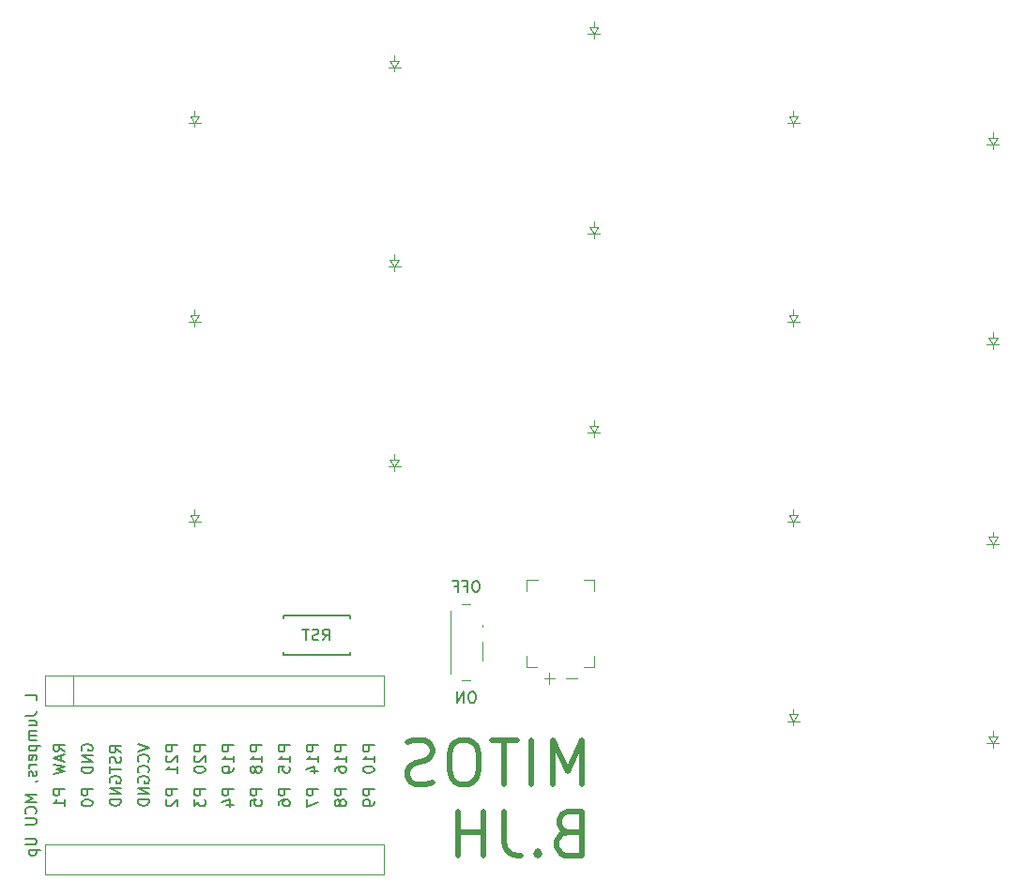
<source format=gbr>
%TF.GenerationSoftware,KiCad,Pcbnew,8.0.4*%
%TF.CreationDate,2024-08-16T23:13:22+08:00*%
%TF.ProjectId,board,626f6172-642e-46b6-9963-61645f706362,v1.0.0*%
%TF.SameCoordinates,Original*%
%TF.FileFunction,Legend,Bot*%
%TF.FilePolarity,Positive*%
%FSLAX46Y46*%
G04 Gerber Fmt 4.6, Leading zero omitted, Abs format (unit mm)*
G04 Created by KiCad (PCBNEW 8.0.4) date 2024-08-16 23:13:22*
%MOMM*%
%LPD*%
G01*
G04 APERTURE LIST*
%ADD10C,0.500000*%
%ADD11C,0.150000*%
%ADD12C,0.120000*%
%ADD13C,0.100000*%
G04 APERTURE END LIST*
D10*
X216968672Y-177794700D02*
X216968672Y-173794700D01*
X216968672Y-173794700D02*
X215635338Y-176651843D01*
X215635338Y-176651843D02*
X214302005Y-173794700D01*
X214302005Y-173794700D02*
X214302005Y-177794700D01*
X212397243Y-177794700D02*
X212397243Y-173794700D01*
X211063909Y-173794700D02*
X208778195Y-173794700D01*
X209921052Y-177794700D02*
X209921052Y-173794700D01*
X206682957Y-173794700D02*
X205921052Y-173794700D01*
X205921052Y-173794700D02*
X205540100Y-173985176D01*
X205540100Y-173985176D02*
X205159147Y-174366128D01*
X205159147Y-174366128D02*
X204968671Y-175128033D01*
X204968671Y-175128033D02*
X204968671Y-176461366D01*
X204968671Y-176461366D02*
X205159147Y-177223271D01*
X205159147Y-177223271D02*
X205540100Y-177604224D01*
X205540100Y-177604224D02*
X205921052Y-177794700D01*
X205921052Y-177794700D02*
X206682957Y-177794700D01*
X206682957Y-177794700D02*
X207063909Y-177604224D01*
X207063909Y-177604224D02*
X207444862Y-177223271D01*
X207444862Y-177223271D02*
X207635338Y-176461366D01*
X207635338Y-176461366D02*
X207635338Y-175128033D01*
X207635338Y-175128033D02*
X207444862Y-174366128D01*
X207444862Y-174366128D02*
X207063909Y-173985176D01*
X207063909Y-173985176D02*
X206682957Y-173794700D01*
X203444862Y-177604224D02*
X202873433Y-177794700D01*
X202873433Y-177794700D02*
X201921052Y-177794700D01*
X201921052Y-177794700D02*
X201540100Y-177604224D01*
X201540100Y-177604224D02*
X201349624Y-177413747D01*
X201349624Y-177413747D02*
X201159147Y-177032795D01*
X201159147Y-177032795D02*
X201159147Y-176651843D01*
X201159147Y-176651843D02*
X201349624Y-176270890D01*
X201349624Y-176270890D02*
X201540100Y-176080414D01*
X201540100Y-176080414D02*
X201921052Y-175889938D01*
X201921052Y-175889938D02*
X202682957Y-175699462D01*
X202682957Y-175699462D02*
X203063909Y-175508985D01*
X203063909Y-175508985D02*
X203254386Y-175318509D01*
X203254386Y-175318509D02*
X203444862Y-174937557D01*
X203444862Y-174937557D02*
X203444862Y-174556604D01*
X203444862Y-174556604D02*
X203254386Y-174175652D01*
X203254386Y-174175652D02*
X203063909Y-173985176D01*
X203063909Y-173985176D02*
X202682957Y-173794700D01*
X202682957Y-173794700D02*
X201730576Y-173794700D01*
X201730576Y-173794700D02*
X201159147Y-173985176D01*
X215635338Y-182139238D02*
X215063910Y-182329714D01*
X215063910Y-182329714D02*
X214873433Y-182520190D01*
X214873433Y-182520190D02*
X214682957Y-182901142D01*
X214682957Y-182901142D02*
X214682957Y-183472571D01*
X214682957Y-183472571D02*
X214873433Y-183853523D01*
X214873433Y-183853523D02*
X215063910Y-184044000D01*
X215063910Y-184044000D02*
X215444862Y-184234476D01*
X215444862Y-184234476D02*
X216968672Y-184234476D01*
X216968672Y-184234476D02*
X216968672Y-180234476D01*
X216968672Y-180234476D02*
X215635338Y-180234476D01*
X215635338Y-180234476D02*
X215254386Y-180424952D01*
X215254386Y-180424952D02*
X215063910Y-180615428D01*
X215063910Y-180615428D02*
X214873433Y-180996380D01*
X214873433Y-180996380D02*
X214873433Y-181377333D01*
X214873433Y-181377333D02*
X215063910Y-181758285D01*
X215063910Y-181758285D02*
X215254386Y-181948761D01*
X215254386Y-181948761D02*
X215635338Y-182139238D01*
X215635338Y-182139238D02*
X216968672Y-182139238D01*
X212968672Y-183853523D02*
X212778195Y-184044000D01*
X212778195Y-184044000D02*
X212968672Y-184234476D01*
X212968672Y-184234476D02*
X213159148Y-184044000D01*
X213159148Y-184044000D02*
X212968672Y-183853523D01*
X212968672Y-183853523D02*
X212968672Y-184234476D01*
X209921052Y-180234476D02*
X209921052Y-183091619D01*
X209921052Y-183091619D02*
X210111529Y-183663047D01*
X210111529Y-183663047D02*
X210492481Y-184044000D01*
X210492481Y-184044000D02*
X211063910Y-184234476D01*
X211063910Y-184234476D02*
X211444862Y-184234476D01*
X208016291Y-184234476D02*
X208016291Y-180234476D01*
X208016291Y-182139238D02*
X205730576Y-182139238D01*
X205730576Y-184234476D02*
X205730576Y-180234476D01*
D11*
X207119047Y-169454819D02*
X206928571Y-169454819D01*
X206928571Y-169454819D02*
X206833333Y-169502438D01*
X206833333Y-169502438D02*
X206738095Y-169597676D01*
X206738095Y-169597676D02*
X206690476Y-169788152D01*
X206690476Y-169788152D02*
X206690476Y-170121485D01*
X206690476Y-170121485D02*
X206738095Y-170311961D01*
X206738095Y-170311961D02*
X206833333Y-170407200D01*
X206833333Y-170407200D02*
X206928571Y-170454819D01*
X206928571Y-170454819D02*
X207119047Y-170454819D01*
X207119047Y-170454819D02*
X207214285Y-170407200D01*
X207214285Y-170407200D02*
X207309523Y-170311961D01*
X207309523Y-170311961D02*
X207357142Y-170121485D01*
X207357142Y-170121485D02*
X207357142Y-169788152D01*
X207357142Y-169788152D02*
X207309523Y-169597676D01*
X207309523Y-169597676D02*
X207214285Y-169502438D01*
X207214285Y-169502438D02*
X207119047Y-169454819D01*
X206261904Y-170454819D02*
X206261904Y-169454819D01*
X206261904Y-169454819D02*
X205690476Y-170454819D01*
X205690476Y-170454819D02*
X205690476Y-169454819D01*
X207452380Y-159454819D02*
X207261904Y-159454819D01*
X207261904Y-159454819D02*
X207166666Y-159502438D01*
X207166666Y-159502438D02*
X207071428Y-159597676D01*
X207071428Y-159597676D02*
X207023809Y-159788152D01*
X207023809Y-159788152D02*
X207023809Y-160121485D01*
X207023809Y-160121485D02*
X207071428Y-160311961D01*
X207071428Y-160311961D02*
X207166666Y-160407200D01*
X207166666Y-160407200D02*
X207261904Y-160454819D01*
X207261904Y-160454819D02*
X207452380Y-160454819D01*
X207452380Y-160454819D02*
X207547618Y-160407200D01*
X207547618Y-160407200D02*
X207642856Y-160311961D01*
X207642856Y-160311961D02*
X207690475Y-160121485D01*
X207690475Y-160121485D02*
X207690475Y-159788152D01*
X207690475Y-159788152D02*
X207642856Y-159597676D01*
X207642856Y-159597676D02*
X207547618Y-159502438D01*
X207547618Y-159502438D02*
X207452380Y-159454819D01*
X206261904Y-159931009D02*
X206595237Y-159931009D01*
X206595237Y-160454819D02*
X206595237Y-159454819D01*
X206595237Y-159454819D02*
X206119047Y-159454819D01*
X205404761Y-159931009D02*
X205738094Y-159931009D01*
X205738094Y-160454819D02*
X205738094Y-159454819D01*
X205738094Y-159454819D02*
X205261904Y-159454819D01*
X193547619Y-164804819D02*
X193880952Y-164328628D01*
X194119047Y-164804819D02*
X194119047Y-163804819D01*
X194119047Y-163804819D02*
X193738095Y-163804819D01*
X193738095Y-163804819D02*
X193642857Y-163852438D01*
X193642857Y-163852438D02*
X193595238Y-163900057D01*
X193595238Y-163900057D02*
X193547619Y-163995295D01*
X193547619Y-163995295D02*
X193547619Y-164138152D01*
X193547619Y-164138152D02*
X193595238Y-164233390D01*
X193595238Y-164233390D02*
X193642857Y-164281009D01*
X193642857Y-164281009D02*
X193738095Y-164328628D01*
X193738095Y-164328628D02*
X194119047Y-164328628D01*
X193166666Y-164757200D02*
X193023809Y-164804819D01*
X193023809Y-164804819D02*
X192785714Y-164804819D01*
X192785714Y-164804819D02*
X192690476Y-164757200D01*
X192690476Y-164757200D02*
X192642857Y-164709580D01*
X192642857Y-164709580D02*
X192595238Y-164614342D01*
X192595238Y-164614342D02*
X192595238Y-164519104D01*
X192595238Y-164519104D02*
X192642857Y-164423866D01*
X192642857Y-164423866D02*
X192690476Y-164376247D01*
X192690476Y-164376247D02*
X192785714Y-164328628D01*
X192785714Y-164328628D02*
X192976190Y-164281009D01*
X192976190Y-164281009D02*
X193071428Y-164233390D01*
X193071428Y-164233390D02*
X193119047Y-164185771D01*
X193119047Y-164185771D02*
X193166666Y-164090533D01*
X193166666Y-164090533D02*
X193166666Y-163995295D01*
X193166666Y-163995295D02*
X193119047Y-163900057D01*
X193119047Y-163900057D02*
X193071428Y-163852438D01*
X193071428Y-163852438D02*
X192976190Y-163804819D01*
X192976190Y-163804819D02*
X192738095Y-163804819D01*
X192738095Y-163804819D02*
X192595238Y-163852438D01*
X192309523Y-163804819D02*
X191738095Y-163804819D01*
X192023809Y-164804819D02*
X192023809Y-163804819D01*
X180414819Y-174285714D02*
X179414819Y-174285714D01*
X179414819Y-174285714D02*
X179414819Y-174666666D01*
X179414819Y-174666666D02*
X179462438Y-174761904D01*
X179462438Y-174761904D02*
X179510057Y-174809523D01*
X179510057Y-174809523D02*
X179605295Y-174857142D01*
X179605295Y-174857142D02*
X179748152Y-174857142D01*
X179748152Y-174857142D02*
X179843390Y-174809523D01*
X179843390Y-174809523D02*
X179891009Y-174761904D01*
X179891009Y-174761904D02*
X179938628Y-174666666D01*
X179938628Y-174666666D02*
X179938628Y-174285714D01*
X179510057Y-175238095D02*
X179462438Y-175285714D01*
X179462438Y-175285714D02*
X179414819Y-175380952D01*
X179414819Y-175380952D02*
X179414819Y-175619047D01*
X179414819Y-175619047D02*
X179462438Y-175714285D01*
X179462438Y-175714285D02*
X179510057Y-175761904D01*
X179510057Y-175761904D02*
X179605295Y-175809523D01*
X179605295Y-175809523D02*
X179700533Y-175809523D01*
X179700533Y-175809523D02*
X179843390Y-175761904D01*
X179843390Y-175761904D02*
X180414819Y-175190476D01*
X180414819Y-175190476D02*
X180414819Y-175809523D01*
X180414819Y-176761904D02*
X180414819Y-176190476D01*
X180414819Y-176476190D02*
X179414819Y-176476190D01*
X179414819Y-176476190D02*
X179557676Y-176380952D01*
X179557676Y-176380952D02*
X179652914Y-176285714D01*
X179652914Y-176285714D02*
X179700533Y-176190476D01*
X185494819Y-174285714D02*
X184494819Y-174285714D01*
X184494819Y-174285714D02*
X184494819Y-174666666D01*
X184494819Y-174666666D02*
X184542438Y-174761904D01*
X184542438Y-174761904D02*
X184590057Y-174809523D01*
X184590057Y-174809523D02*
X184685295Y-174857142D01*
X184685295Y-174857142D02*
X184828152Y-174857142D01*
X184828152Y-174857142D02*
X184923390Y-174809523D01*
X184923390Y-174809523D02*
X184971009Y-174761904D01*
X184971009Y-174761904D02*
X185018628Y-174666666D01*
X185018628Y-174666666D02*
X185018628Y-174285714D01*
X185494819Y-175809523D02*
X185494819Y-175238095D01*
X185494819Y-175523809D02*
X184494819Y-175523809D01*
X184494819Y-175523809D02*
X184637676Y-175428571D01*
X184637676Y-175428571D02*
X184732914Y-175333333D01*
X184732914Y-175333333D02*
X184780533Y-175238095D01*
X185494819Y-176285714D02*
X185494819Y-176476190D01*
X185494819Y-176476190D02*
X185447200Y-176571428D01*
X185447200Y-176571428D02*
X185399580Y-176619047D01*
X185399580Y-176619047D02*
X185256723Y-176714285D01*
X185256723Y-176714285D02*
X185066247Y-176761904D01*
X185066247Y-176761904D02*
X184685295Y-176761904D01*
X184685295Y-176761904D02*
X184590057Y-176714285D01*
X184590057Y-176714285D02*
X184542438Y-176666666D01*
X184542438Y-176666666D02*
X184494819Y-176571428D01*
X184494819Y-176571428D02*
X184494819Y-176380952D01*
X184494819Y-176380952D02*
X184542438Y-176285714D01*
X184542438Y-176285714D02*
X184590057Y-176238095D01*
X184590057Y-176238095D02*
X184685295Y-176190476D01*
X184685295Y-176190476D02*
X184923390Y-176190476D01*
X184923390Y-176190476D02*
X185018628Y-176238095D01*
X185018628Y-176238095D02*
X185066247Y-176285714D01*
X185066247Y-176285714D02*
X185113866Y-176380952D01*
X185113866Y-176380952D02*
X185113866Y-176571428D01*
X185113866Y-176571428D02*
X185066247Y-176666666D01*
X185066247Y-176666666D02*
X185018628Y-176714285D01*
X185018628Y-176714285D02*
X184923390Y-176761904D01*
X195654819Y-178251905D02*
X194654819Y-178251905D01*
X194654819Y-178251905D02*
X194654819Y-178632857D01*
X194654819Y-178632857D02*
X194702438Y-178728095D01*
X194702438Y-178728095D02*
X194750057Y-178775714D01*
X194750057Y-178775714D02*
X194845295Y-178823333D01*
X194845295Y-178823333D02*
X194988152Y-178823333D01*
X194988152Y-178823333D02*
X195083390Y-178775714D01*
X195083390Y-178775714D02*
X195131009Y-178728095D01*
X195131009Y-178728095D02*
X195178628Y-178632857D01*
X195178628Y-178632857D02*
X195178628Y-178251905D01*
X195083390Y-179394762D02*
X195035771Y-179299524D01*
X195035771Y-179299524D02*
X194988152Y-179251905D01*
X194988152Y-179251905D02*
X194892914Y-179204286D01*
X194892914Y-179204286D02*
X194845295Y-179204286D01*
X194845295Y-179204286D02*
X194750057Y-179251905D01*
X194750057Y-179251905D02*
X194702438Y-179299524D01*
X194702438Y-179299524D02*
X194654819Y-179394762D01*
X194654819Y-179394762D02*
X194654819Y-179585238D01*
X194654819Y-179585238D02*
X194702438Y-179680476D01*
X194702438Y-179680476D02*
X194750057Y-179728095D01*
X194750057Y-179728095D02*
X194845295Y-179775714D01*
X194845295Y-179775714D02*
X194892914Y-179775714D01*
X194892914Y-179775714D02*
X194988152Y-179728095D01*
X194988152Y-179728095D02*
X195035771Y-179680476D01*
X195035771Y-179680476D02*
X195083390Y-179585238D01*
X195083390Y-179585238D02*
X195083390Y-179394762D01*
X195083390Y-179394762D02*
X195131009Y-179299524D01*
X195131009Y-179299524D02*
X195178628Y-179251905D01*
X195178628Y-179251905D02*
X195273866Y-179204286D01*
X195273866Y-179204286D02*
X195464342Y-179204286D01*
X195464342Y-179204286D02*
X195559580Y-179251905D01*
X195559580Y-179251905D02*
X195607200Y-179299524D01*
X195607200Y-179299524D02*
X195654819Y-179394762D01*
X195654819Y-179394762D02*
X195654819Y-179585238D01*
X195654819Y-179585238D02*
X195607200Y-179680476D01*
X195607200Y-179680476D02*
X195559580Y-179728095D01*
X195559580Y-179728095D02*
X195464342Y-179775714D01*
X195464342Y-179775714D02*
X195273866Y-179775714D01*
X195273866Y-179775714D02*
X195178628Y-179728095D01*
X195178628Y-179728095D02*
X195131009Y-179680476D01*
X195131009Y-179680476D02*
X195083390Y-179585238D01*
X182954819Y-178251905D02*
X181954819Y-178251905D01*
X181954819Y-178251905D02*
X181954819Y-178632857D01*
X181954819Y-178632857D02*
X182002438Y-178728095D01*
X182002438Y-178728095D02*
X182050057Y-178775714D01*
X182050057Y-178775714D02*
X182145295Y-178823333D01*
X182145295Y-178823333D02*
X182288152Y-178823333D01*
X182288152Y-178823333D02*
X182383390Y-178775714D01*
X182383390Y-178775714D02*
X182431009Y-178728095D01*
X182431009Y-178728095D02*
X182478628Y-178632857D01*
X182478628Y-178632857D02*
X182478628Y-178251905D01*
X181954819Y-179156667D02*
X181954819Y-179775714D01*
X181954819Y-179775714D02*
X182335771Y-179442381D01*
X182335771Y-179442381D02*
X182335771Y-179585238D01*
X182335771Y-179585238D02*
X182383390Y-179680476D01*
X182383390Y-179680476D02*
X182431009Y-179728095D01*
X182431009Y-179728095D02*
X182526247Y-179775714D01*
X182526247Y-179775714D02*
X182764342Y-179775714D01*
X182764342Y-179775714D02*
X182859580Y-179728095D01*
X182859580Y-179728095D02*
X182907200Y-179680476D01*
X182907200Y-179680476D02*
X182954819Y-179585238D01*
X182954819Y-179585238D02*
X182954819Y-179299524D01*
X182954819Y-179299524D02*
X182907200Y-179204286D01*
X182907200Y-179204286D02*
X182859580Y-179156667D01*
X188034819Y-174285714D02*
X187034819Y-174285714D01*
X187034819Y-174285714D02*
X187034819Y-174666666D01*
X187034819Y-174666666D02*
X187082438Y-174761904D01*
X187082438Y-174761904D02*
X187130057Y-174809523D01*
X187130057Y-174809523D02*
X187225295Y-174857142D01*
X187225295Y-174857142D02*
X187368152Y-174857142D01*
X187368152Y-174857142D02*
X187463390Y-174809523D01*
X187463390Y-174809523D02*
X187511009Y-174761904D01*
X187511009Y-174761904D02*
X187558628Y-174666666D01*
X187558628Y-174666666D02*
X187558628Y-174285714D01*
X188034819Y-175809523D02*
X188034819Y-175238095D01*
X188034819Y-175523809D02*
X187034819Y-175523809D01*
X187034819Y-175523809D02*
X187177676Y-175428571D01*
X187177676Y-175428571D02*
X187272914Y-175333333D01*
X187272914Y-175333333D02*
X187320533Y-175238095D01*
X187463390Y-176380952D02*
X187415771Y-176285714D01*
X187415771Y-176285714D02*
X187368152Y-176238095D01*
X187368152Y-176238095D02*
X187272914Y-176190476D01*
X187272914Y-176190476D02*
X187225295Y-176190476D01*
X187225295Y-176190476D02*
X187130057Y-176238095D01*
X187130057Y-176238095D02*
X187082438Y-176285714D01*
X187082438Y-176285714D02*
X187034819Y-176380952D01*
X187034819Y-176380952D02*
X187034819Y-176571428D01*
X187034819Y-176571428D02*
X187082438Y-176666666D01*
X187082438Y-176666666D02*
X187130057Y-176714285D01*
X187130057Y-176714285D02*
X187225295Y-176761904D01*
X187225295Y-176761904D02*
X187272914Y-176761904D01*
X187272914Y-176761904D02*
X187368152Y-176714285D01*
X187368152Y-176714285D02*
X187415771Y-176666666D01*
X187415771Y-176666666D02*
X187463390Y-176571428D01*
X187463390Y-176571428D02*
X187463390Y-176380952D01*
X187463390Y-176380952D02*
X187511009Y-176285714D01*
X187511009Y-176285714D02*
X187558628Y-176238095D01*
X187558628Y-176238095D02*
X187653866Y-176190476D01*
X187653866Y-176190476D02*
X187844342Y-176190476D01*
X187844342Y-176190476D02*
X187939580Y-176238095D01*
X187939580Y-176238095D02*
X187987200Y-176285714D01*
X187987200Y-176285714D02*
X188034819Y-176380952D01*
X188034819Y-176380952D02*
X188034819Y-176571428D01*
X188034819Y-176571428D02*
X187987200Y-176666666D01*
X187987200Y-176666666D02*
X187939580Y-176714285D01*
X187939580Y-176714285D02*
X187844342Y-176761904D01*
X187844342Y-176761904D02*
X187653866Y-176761904D01*
X187653866Y-176761904D02*
X187558628Y-176714285D01*
X187558628Y-176714285D02*
X187511009Y-176666666D01*
X187511009Y-176666666D02*
X187463390Y-176571428D01*
X195654819Y-174285714D02*
X194654819Y-174285714D01*
X194654819Y-174285714D02*
X194654819Y-174666666D01*
X194654819Y-174666666D02*
X194702438Y-174761904D01*
X194702438Y-174761904D02*
X194750057Y-174809523D01*
X194750057Y-174809523D02*
X194845295Y-174857142D01*
X194845295Y-174857142D02*
X194988152Y-174857142D01*
X194988152Y-174857142D02*
X195083390Y-174809523D01*
X195083390Y-174809523D02*
X195131009Y-174761904D01*
X195131009Y-174761904D02*
X195178628Y-174666666D01*
X195178628Y-174666666D02*
X195178628Y-174285714D01*
X195654819Y-175809523D02*
X195654819Y-175238095D01*
X195654819Y-175523809D02*
X194654819Y-175523809D01*
X194654819Y-175523809D02*
X194797676Y-175428571D01*
X194797676Y-175428571D02*
X194892914Y-175333333D01*
X194892914Y-175333333D02*
X194940533Y-175238095D01*
X194654819Y-176666666D02*
X194654819Y-176476190D01*
X194654819Y-176476190D02*
X194702438Y-176380952D01*
X194702438Y-176380952D02*
X194750057Y-176333333D01*
X194750057Y-176333333D02*
X194892914Y-176238095D01*
X194892914Y-176238095D02*
X195083390Y-176190476D01*
X195083390Y-176190476D02*
X195464342Y-176190476D01*
X195464342Y-176190476D02*
X195559580Y-176238095D01*
X195559580Y-176238095D02*
X195607200Y-176285714D01*
X195607200Y-176285714D02*
X195654819Y-176380952D01*
X195654819Y-176380952D02*
X195654819Y-176571428D01*
X195654819Y-176571428D02*
X195607200Y-176666666D01*
X195607200Y-176666666D02*
X195559580Y-176714285D01*
X195559580Y-176714285D02*
X195464342Y-176761904D01*
X195464342Y-176761904D02*
X195226247Y-176761904D01*
X195226247Y-176761904D02*
X195131009Y-176714285D01*
X195131009Y-176714285D02*
X195083390Y-176666666D01*
X195083390Y-176666666D02*
X195035771Y-176571428D01*
X195035771Y-176571428D02*
X195035771Y-176380952D01*
X195035771Y-176380952D02*
X195083390Y-176285714D01*
X195083390Y-176285714D02*
X195131009Y-176238095D01*
X195131009Y-176238095D02*
X195226247Y-176190476D01*
X180414819Y-178251905D02*
X179414819Y-178251905D01*
X179414819Y-178251905D02*
X179414819Y-178632857D01*
X179414819Y-178632857D02*
X179462438Y-178728095D01*
X179462438Y-178728095D02*
X179510057Y-178775714D01*
X179510057Y-178775714D02*
X179605295Y-178823333D01*
X179605295Y-178823333D02*
X179748152Y-178823333D01*
X179748152Y-178823333D02*
X179843390Y-178775714D01*
X179843390Y-178775714D02*
X179891009Y-178728095D01*
X179891009Y-178728095D02*
X179938628Y-178632857D01*
X179938628Y-178632857D02*
X179938628Y-178251905D01*
X179510057Y-179204286D02*
X179462438Y-179251905D01*
X179462438Y-179251905D02*
X179414819Y-179347143D01*
X179414819Y-179347143D02*
X179414819Y-179585238D01*
X179414819Y-179585238D02*
X179462438Y-179680476D01*
X179462438Y-179680476D02*
X179510057Y-179728095D01*
X179510057Y-179728095D02*
X179605295Y-179775714D01*
X179605295Y-179775714D02*
X179700533Y-179775714D01*
X179700533Y-179775714D02*
X179843390Y-179728095D01*
X179843390Y-179728095D02*
X180414819Y-179156667D01*
X180414819Y-179156667D02*
X180414819Y-179775714D01*
X172794819Y-178251905D02*
X171794819Y-178251905D01*
X171794819Y-178251905D02*
X171794819Y-178632857D01*
X171794819Y-178632857D02*
X171842438Y-178728095D01*
X171842438Y-178728095D02*
X171890057Y-178775714D01*
X171890057Y-178775714D02*
X171985295Y-178823333D01*
X171985295Y-178823333D02*
X172128152Y-178823333D01*
X172128152Y-178823333D02*
X172223390Y-178775714D01*
X172223390Y-178775714D02*
X172271009Y-178728095D01*
X172271009Y-178728095D02*
X172318628Y-178632857D01*
X172318628Y-178632857D02*
X172318628Y-178251905D01*
X171794819Y-179442381D02*
X171794819Y-179537619D01*
X171794819Y-179537619D02*
X171842438Y-179632857D01*
X171842438Y-179632857D02*
X171890057Y-179680476D01*
X171890057Y-179680476D02*
X171985295Y-179728095D01*
X171985295Y-179728095D02*
X172175771Y-179775714D01*
X172175771Y-179775714D02*
X172413866Y-179775714D01*
X172413866Y-179775714D02*
X172604342Y-179728095D01*
X172604342Y-179728095D02*
X172699580Y-179680476D01*
X172699580Y-179680476D02*
X172747200Y-179632857D01*
X172747200Y-179632857D02*
X172794819Y-179537619D01*
X172794819Y-179537619D02*
X172794819Y-179442381D01*
X172794819Y-179442381D02*
X172747200Y-179347143D01*
X172747200Y-179347143D02*
X172699580Y-179299524D01*
X172699580Y-179299524D02*
X172604342Y-179251905D01*
X172604342Y-179251905D02*
X172413866Y-179204286D01*
X172413866Y-179204286D02*
X172175771Y-179204286D01*
X172175771Y-179204286D02*
X171985295Y-179251905D01*
X171985295Y-179251905D02*
X171890057Y-179299524D01*
X171890057Y-179299524D02*
X171842438Y-179347143D01*
X171842438Y-179347143D02*
X171794819Y-179442381D01*
X198194819Y-178251905D02*
X197194819Y-178251905D01*
X197194819Y-178251905D02*
X197194819Y-178632857D01*
X197194819Y-178632857D02*
X197242438Y-178728095D01*
X197242438Y-178728095D02*
X197290057Y-178775714D01*
X197290057Y-178775714D02*
X197385295Y-178823333D01*
X197385295Y-178823333D02*
X197528152Y-178823333D01*
X197528152Y-178823333D02*
X197623390Y-178775714D01*
X197623390Y-178775714D02*
X197671009Y-178728095D01*
X197671009Y-178728095D02*
X197718628Y-178632857D01*
X197718628Y-178632857D02*
X197718628Y-178251905D01*
X198194819Y-179299524D02*
X198194819Y-179490000D01*
X198194819Y-179490000D02*
X198147200Y-179585238D01*
X198147200Y-179585238D02*
X198099580Y-179632857D01*
X198099580Y-179632857D02*
X197956723Y-179728095D01*
X197956723Y-179728095D02*
X197766247Y-179775714D01*
X197766247Y-179775714D02*
X197385295Y-179775714D01*
X197385295Y-179775714D02*
X197290057Y-179728095D01*
X197290057Y-179728095D02*
X197242438Y-179680476D01*
X197242438Y-179680476D02*
X197194819Y-179585238D01*
X197194819Y-179585238D02*
X197194819Y-179394762D01*
X197194819Y-179394762D02*
X197242438Y-179299524D01*
X197242438Y-179299524D02*
X197290057Y-179251905D01*
X197290057Y-179251905D02*
X197385295Y-179204286D01*
X197385295Y-179204286D02*
X197623390Y-179204286D01*
X197623390Y-179204286D02*
X197718628Y-179251905D01*
X197718628Y-179251905D02*
X197766247Y-179299524D01*
X197766247Y-179299524D02*
X197813866Y-179394762D01*
X197813866Y-179394762D02*
X197813866Y-179585238D01*
X197813866Y-179585238D02*
X197766247Y-179680476D01*
X197766247Y-179680476D02*
X197718628Y-179728095D01*
X197718628Y-179728095D02*
X197623390Y-179775714D01*
X167709819Y-170211904D02*
X167709819Y-169735714D01*
X167709819Y-169735714D02*
X166709819Y-169735714D01*
X166709819Y-171592857D02*
X167424104Y-171592857D01*
X167424104Y-171592857D02*
X167566961Y-171545238D01*
X167566961Y-171545238D02*
X167662200Y-171450000D01*
X167662200Y-171450000D02*
X167709819Y-171307143D01*
X167709819Y-171307143D02*
X167709819Y-171211905D01*
X167043152Y-172497619D02*
X167709819Y-172497619D01*
X167043152Y-172069048D02*
X167566961Y-172069048D01*
X167566961Y-172069048D02*
X167662200Y-172116667D01*
X167662200Y-172116667D02*
X167709819Y-172211905D01*
X167709819Y-172211905D02*
X167709819Y-172354762D01*
X167709819Y-172354762D02*
X167662200Y-172450000D01*
X167662200Y-172450000D02*
X167614580Y-172497619D01*
X167709819Y-172973810D02*
X167043152Y-172973810D01*
X167138390Y-172973810D02*
X167090771Y-173021429D01*
X167090771Y-173021429D02*
X167043152Y-173116667D01*
X167043152Y-173116667D02*
X167043152Y-173259524D01*
X167043152Y-173259524D02*
X167090771Y-173354762D01*
X167090771Y-173354762D02*
X167186009Y-173402381D01*
X167186009Y-173402381D02*
X167709819Y-173402381D01*
X167186009Y-173402381D02*
X167090771Y-173450000D01*
X167090771Y-173450000D02*
X167043152Y-173545238D01*
X167043152Y-173545238D02*
X167043152Y-173688095D01*
X167043152Y-173688095D02*
X167090771Y-173783334D01*
X167090771Y-173783334D02*
X167186009Y-173830953D01*
X167186009Y-173830953D02*
X167709819Y-173830953D01*
X167043152Y-174307143D02*
X168043152Y-174307143D01*
X167090771Y-174307143D02*
X167043152Y-174402381D01*
X167043152Y-174402381D02*
X167043152Y-174592857D01*
X167043152Y-174592857D02*
X167090771Y-174688095D01*
X167090771Y-174688095D02*
X167138390Y-174735714D01*
X167138390Y-174735714D02*
X167233628Y-174783333D01*
X167233628Y-174783333D02*
X167519342Y-174783333D01*
X167519342Y-174783333D02*
X167614580Y-174735714D01*
X167614580Y-174735714D02*
X167662200Y-174688095D01*
X167662200Y-174688095D02*
X167709819Y-174592857D01*
X167709819Y-174592857D02*
X167709819Y-174402381D01*
X167709819Y-174402381D02*
X167662200Y-174307143D01*
X167662200Y-175592857D02*
X167709819Y-175497619D01*
X167709819Y-175497619D02*
X167709819Y-175307143D01*
X167709819Y-175307143D02*
X167662200Y-175211905D01*
X167662200Y-175211905D02*
X167566961Y-175164286D01*
X167566961Y-175164286D02*
X167186009Y-175164286D01*
X167186009Y-175164286D02*
X167090771Y-175211905D01*
X167090771Y-175211905D02*
X167043152Y-175307143D01*
X167043152Y-175307143D02*
X167043152Y-175497619D01*
X167043152Y-175497619D02*
X167090771Y-175592857D01*
X167090771Y-175592857D02*
X167186009Y-175640476D01*
X167186009Y-175640476D02*
X167281247Y-175640476D01*
X167281247Y-175640476D02*
X167376485Y-175164286D01*
X167709819Y-176069048D02*
X167043152Y-176069048D01*
X167233628Y-176069048D02*
X167138390Y-176116667D01*
X167138390Y-176116667D02*
X167090771Y-176164286D01*
X167090771Y-176164286D02*
X167043152Y-176259524D01*
X167043152Y-176259524D02*
X167043152Y-176354762D01*
X167662200Y-176640477D02*
X167709819Y-176735715D01*
X167709819Y-176735715D02*
X167709819Y-176926191D01*
X167709819Y-176926191D02*
X167662200Y-177021429D01*
X167662200Y-177021429D02*
X167566961Y-177069048D01*
X167566961Y-177069048D02*
X167519342Y-177069048D01*
X167519342Y-177069048D02*
X167424104Y-177021429D01*
X167424104Y-177021429D02*
X167376485Y-176926191D01*
X167376485Y-176926191D02*
X167376485Y-176783334D01*
X167376485Y-176783334D02*
X167328866Y-176688096D01*
X167328866Y-176688096D02*
X167233628Y-176640477D01*
X167233628Y-176640477D02*
X167186009Y-176640477D01*
X167186009Y-176640477D02*
X167090771Y-176688096D01*
X167090771Y-176688096D02*
X167043152Y-176783334D01*
X167043152Y-176783334D02*
X167043152Y-176926191D01*
X167043152Y-176926191D02*
X167090771Y-177021429D01*
X167662200Y-177545239D02*
X167709819Y-177545239D01*
X167709819Y-177545239D02*
X167805057Y-177497620D01*
X167805057Y-177497620D02*
X167852676Y-177450001D01*
X167709819Y-178735715D02*
X166709819Y-178735715D01*
X166709819Y-178735715D02*
X167424104Y-179069048D01*
X167424104Y-179069048D02*
X166709819Y-179402381D01*
X166709819Y-179402381D02*
X167709819Y-179402381D01*
X167614580Y-180450000D02*
X167662200Y-180402381D01*
X167662200Y-180402381D02*
X167709819Y-180259524D01*
X167709819Y-180259524D02*
X167709819Y-180164286D01*
X167709819Y-180164286D02*
X167662200Y-180021429D01*
X167662200Y-180021429D02*
X167566961Y-179926191D01*
X167566961Y-179926191D02*
X167471723Y-179878572D01*
X167471723Y-179878572D02*
X167281247Y-179830953D01*
X167281247Y-179830953D02*
X167138390Y-179830953D01*
X167138390Y-179830953D02*
X166947914Y-179878572D01*
X166947914Y-179878572D02*
X166852676Y-179926191D01*
X166852676Y-179926191D02*
X166757438Y-180021429D01*
X166757438Y-180021429D02*
X166709819Y-180164286D01*
X166709819Y-180164286D02*
X166709819Y-180259524D01*
X166709819Y-180259524D02*
X166757438Y-180402381D01*
X166757438Y-180402381D02*
X166805057Y-180450000D01*
X166709819Y-180878572D02*
X167519342Y-180878572D01*
X167519342Y-180878572D02*
X167614580Y-180926191D01*
X167614580Y-180926191D02*
X167662200Y-180973810D01*
X167662200Y-180973810D02*
X167709819Y-181069048D01*
X167709819Y-181069048D02*
X167709819Y-181259524D01*
X167709819Y-181259524D02*
X167662200Y-181354762D01*
X167662200Y-181354762D02*
X167614580Y-181402381D01*
X167614580Y-181402381D02*
X167519342Y-181450000D01*
X167519342Y-181450000D02*
X166709819Y-181450000D01*
X166709819Y-182688096D02*
X167519342Y-182688096D01*
X167519342Y-182688096D02*
X167614580Y-182735715D01*
X167614580Y-182735715D02*
X167662200Y-182783334D01*
X167662200Y-182783334D02*
X167709819Y-182878572D01*
X167709819Y-182878572D02*
X167709819Y-183069048D01*
X167709819Y-183069048D02*
X167662200Y-183164286D01*
X167662200Y-183164286D02*
X167614580Y-183211905D01*
X167614580Y-183211905D02*
X167519342Y-183259524D01*
X167519342Y-183259524D02*
X166709819Y-183259524D01*
X167043152Y-183735715D02*
X168043152Y-183735715D01*
X167090771Y-183735715D02*
X167043152Y-183830953D01*
X167043152Y-183830953D02*
X167043152Y-184021429D01*
X167043152Y-184021429D02*
X167090771Y-184116667D01*
X167090771Y-184116667D02*
X167138390Y-184164286D01*
X167138390Y-184164286D02*
X167233628Y-184211905D01*
X167233628Y-184211905D02*
X167519342Y-184211905D01*
X167519342Y-184211905D02*
X167614580Y-184164286D01*
X167614580Y-184164286D02*
X167662200Y-184116667D01*
X167662200Y-184116667D02*
X167709819Y-184021429D01*
X167709819Y-184021429D02*
X167709819Y-183830953D01*
X167709819Y-183830953D02*
X167662200Y-183735715D01*
X174382438Y-177638095D02*
X174334819Y-177542857D01*
X174334819Y-177542857D02*
X174334819Y-177400000D01*
X174334819Y-177400000D02*
X174382438Y-177257143D01*
X174382438Y-177257143D02*
X174477676Y-177161905D01*
X174477676Y-177161905D02*
X174572914Y-177114286D01*
X174572914Y-177114286D02*
X174763390Y-177066667D01*
X174763390Y-177066667D02*
X174906247Y-177066667D01*
X174906247Y-177066667D02*
X175096723Y-177114286D01*
X175096723Y-177114286D02*
X175191961Y-177161905D01*
X175191961Y-177161905D02*
X175287200Y-177257143D01*
X175287200Y-177257143D02*
X175334819Y-177400000D01*
X175334819Y-177400000D02*
X175334819Y-177495238D01*
X175334819Y-177495238D02*
X175287200Y-177638095D01*
X175287200Y-177638095D02*
X175239580Y-177685714D01*
X175239580Y-177685714D02*
X174906247Y-177685714D01*
X174906247Y-177685714D02*
X174906247Y-177495238D01*
X175334819Y-178114286D02*
X174334819Y-178114286D01*
X174334819Y-178114286D02*
X175334819Y-178685714D01*
X175334819Y-178685714D02*
X174334819Y-178685714D01*
X175334819Y-179161905D02*
X174334819Y-179161905D01*
X174334819Y-179161905D02*
X174334819Y-179400000D01*
X174334819Y-179400000D02*
X174382438Y-179542857D01*
X174382438Y-179542857D02*
X174477676Y-179638095D01*
X174477676Y-179638095D02*
X174572914Y-179685714D01*
X174572914Y-179685714D02*
X174763390Y-179733333D01*
X174763390Y-179733333D02*
X174906247Y-179733333D01*
X174906247Y-179733333D02*
X175096723Y-179685714D01*
X175096723Y-179685714D02*
X175191961Y-179638095D01*
X175191961Y-179638095D02*
X175287200Y-179542857D01*
X175287200Y-179542857D02*
X175334819Y-179400000D01*
X175334819Y-179400000D02*
X175334819Y-179161905D01*
X188034819Y-178251905D02*
X187034819Y-178251905D01*
X187034819Y-178251905D02*
X187034819Y-178632857D01*
X187034819Y-178632857D02*
X187082438Y-178728095D01*
X187082438Y-178728095D02*
X187130057Y-178775714D01*
X187130057Y-178775714D02*
X187225295Y-178823333D01*
X187225295Y-178823333D02*
X187368152Y-178823333D01*
X187368152Y-178823333D02*
X187463390Y-178775714D01*
X187463390Y-178775714D02*
X187511009Y-178728095D01*
X187511009Y-178728095D02*
X187558628Y-178632857D01*
X187558628Y-178632857D02*
X187558628Y-178251905D01*
X187034819Y-179728095D02*
X187034819Y-179251905D01*
X187034819Y-179251905D02*
X187511009Y-179204286D01*
X187511009Y-179204286D02*
X187463390Y-179251905D01*
X187463390Y-179251905D02*
X187415771Y-179347143D01*
X187415771Y-179347143D02*
X187415771Y-179585238D01*
X187415771Y-179585238D02*
X187463390Y-179680476D01*
X187463390Y-179680476D02*
X187511009Y-179728095D01*
X187511009Y-179728095D02*
X187606247Y-179775714D01*
X187606247Y-179775714D02*
X187844342Y-179775714D01*
X187844342Y-179775714D02*
X187939580Y-179728095D01*
X187939580Y-179728095D02*
X187987200Y-179680476D01*
X187987200Y-179680476D02*
X188034819Y-179585238D01*
X188034819Y-179585238D02*
X188034819Y-179347143D01*
X188034819Y-179347143D02*
X187987200Y-179251905D01*
X187987200Y-179251905D02*
X187939580Y-179204286D01*
X190574819Y-174285714D02*
X189574819Y-174285714D01*
X189574819Y-174285714D02*
X189574819Y-174666666D01*
X189574819Y-174666666D02*
X189622438Y-174761904D01*
X189622438Y-174761904D02*
X189670057Y-174809523D01*
X189670057Y-174809523D02*
X189765295Y-174857142D01*
X189765295Y-174857142D02*
X189908152Y-174857142D01*
X189908152Y-174857142D02*
X190003390Y-174809523D01*
X190003390Y-174809523D02*
X190051009Y-174761904D01*
X190051009Y-174761904D02*
X190098628Y-174666666D01*
X190098628Y-174666666D02*
X190098628Y-174285714D01*
X190574819Y-175809523D02*
X190574819Y-175238095D01*
X190574819Y-175523809D02*
X189574819Y-175523809D01*
X189574819Y-175523809D02*
X189717676Y-175428571D01*
X189717676Y-175428571D02*
X189812914Y-175333333D01*
X189812914Y-175333333D02*
X189860533Y-175238095D01*
X189574819Y-176714285D02*
X189574819Y-176238095D01*
X189574819Y-176238095D02*
X190051009Y-176190476D01*
X190051009Y-176190476D02*
X190003390Y-176238095D01*
X190003390Y-176238095D02*
X189955771Y-176333333D01*
X189955771Y-176333333D02*
X189955771Y-176571428D01*
X189955771Y-176571428D02*
X190003390Y-176666666D01*
X190003390Y-176666666D02*
X190051009Y-176714285D01*
X190051009Y-176714285D02*
X190146247Y-176761904D01*
X190146247Y-176761904D02*
X190384342Y-176761904D01*
X190384342Y-176761904D02*
X190479580Y-176714285D01*
X190479580Y-176714285D02*
X190527200Y-176666666D01*
X190527200Y-176666666D02*
X190574819Y-176571428D01*
X190574819Y-176571428D02*
X190574819Y-176333333D01*
X190574819Y-176333333D02*
X190527200Y-176238095D01*
X190527200Y-176238095D02*
X190479580Y-176190476D01*
X170254819Y-178251905D02*
X169254819Y-178251905D01*
X169254819Y-178251905D02*
X169254819Y-178632857D01*
X169254819Y-178632857D02*
X169302438Y-178728095D01*
X169302438Y-178728095D02*
X169350057Y-178775714D01*
X169350057Y-178775714D02*
X169445295Y-178823333D01*
X169445295Y-178823333D02*
X169588152Y-178823333D01*
X169588152Y-178823333D02*
X169683390Y-178775714D01*
X169683390Y-178775714D02*
X169731009Y-178728095D01*
X169731009Y-178728095D02*
X169778628Y-178632857D01*
X169778628Y-178632857D02*
X169778628Y-178251905D01*
X170254819Y-179775714D02*
X170254819Y-179204286D01*
X170254819Y-179490000D02*
X169254819Y-179490000D01*
X169254819Y-179490000D02*
X169397676Y-179394762D01*
X169397676Y-179394762D02*
X169492914Y-179299524D01*
X169492914Y-179299524D02*
X169540533Y-179204286D01*
X198194819Y-174285714D02*
X197194819Y-174285714D01*
X197194819Y-174285714D02*
X197194819Y-174666666D01*
X197194819Y-174666666D02*
X197242438Y-174761904D01*
X197242438Y-174761904D02*
X197290057Y-174809523D01*
X197290057Y-174809523D02*
X197385295Y-174857142D01*
X197385295Y-174857142D02*
X197528152Y-174857142D01*
X197528152Y-174857142D02*
X197623390Y-174809523D01*
X197623390Y-174809523D02*
X197671009Y-174761904D01*
X197671009Y-174761904D02*
X197718628Y-174666666D01*
X197718628Y-174666666D02*
X197718628Y-174285714D01*
X198194819Y-175809523D02*
X198194819Y-175238095D01*
X198194819Y-175523809D02*
X197194819Y-175523809D01*
X197194819Y-175523809D02*
X197337676Y-175428571D01*
X197337676Y-175428571D02*
X197432914Y-175333333D01*
X197432914Y-175333333D02*
X197480533Y-175238095D01*
X197194819Y-176428571D02*
X197194819Y-176523809D01*
X197194819Y-176523809D02*
X197242438Y-176619047D01*
X197242438Y-176619047D02*
X197290057Y-176666666D01*
X197290057Y-176666666D02*
X197385295Y-176714285D01*
X197385295Y-176714285D02*
X197575771Y-176761904D01*
X197575771Y-176761904D02*
X197813866Y-176761904D01*
X197813866Y-176761904D02*
X198004342Y-176714285D01*
X198004342Y-176714285D02*
X198099580Y-176666666D01*
X198099580Y-176666666D02*
X198147200Y-176619047D01*
X198147200Y-176619047D02*
X198194819Y-176523809D01*
X198194819Y-176523809D02*
X198194819Y-176428571D01*
X198194819Y-176428571D02*
X198147200Y-176333333D01*
X198147200Y-176333333D02*
X198099580Y-176285714D01*
X198099580Y-176285714D02*
X198004342Y-176238095D01*
X198004342Y-176238095D02*
X197813866Y-176190476D01*
X197813866Y-176190476D02*
X197575771Y-176190476D01*
X197575771Y-176190476D02*
X197385295Y-176238095D01*
X197385295Y-176238095D02*
X197290057Y-176285714D01*
X197290057Y-176285714D02*
X197242438Y-176333333D01*
X197242438Y-176333333D02*
X197194819Y-176428571D01*
X185494819Y-178251905D02*
X184494819Y-178251905D01*
X184494819Y-178251905D02*
X184494819Y-178632857D01*
X184494819Y-178632857D02*
X184542438Y-178728095D01*
X184542438Y-178728095D02*
X184590057Y-178775714D01*
X184590057Y-178775714D02*
X184685295Y-178823333D01*
X184685295Y-178823333D02*
X184828152Y-178823333D01*
X184828152Y-178823333D02*
X184923390Y-178775714D01*
X184923390Y-178775714D02*
X184971009Y-178728095D01*
X184971009Y-178728095D02*
X185018628Y-178632857D01*
X185018628Y-178632857D02*
X185018628Y-178251905D01*
X184828152Y-179680476D02*
X185494819Y-179680476D01*
X184447200Y-179442381D02*
X185161485Y-179204286D01*
X185161485Y-179204286D02*
X185161485Y-179823333D01*
X176874819Y-174166667D02*
X177874819Y-174500000D01*
X177874819Y-174500000D02*
X176874819Y-174833333D01*
X177779580Y-175738095D02*
X177827200Y-175690476D01*
X177827200Y-175690476D02*
X177874819Y-175547619D01*
X177874819Y-175547619D02*
X177874819Y-175452381D01*
X177874819Y-175452381D02*
X177827200Y-175309524D01*
X177827200Y-175309524D02*
X177731961Y-175214286D01*
X177731961Y-175214286D02*
X177636723Y-175166667D01*
X177636723Y-175166667D02*
X177446247Y-175119048D01*
X177446247Y-175119048D02*
X177303390Y-175119048D01*
X177303390Y-175119048D02*
X177112914Y-175166667D01*
X177112914Y-175166667D02*
X177017676Y-175214286D01*
X177017676Y-175214286D02*
X176922438Y-175309524D01*
X176922438Y-175309524D02*
X176874819Y-175452381D01*
X176874819Y-175452381D02*
X176874819Y-175547619D01*
X176874819Y-175547619D02*
X176922438Y-175690476D01*
X176922438Y-175690476D02*
X176970057Y-175738095D01*
X177779580Y-176738095D02*
X177827200Y-176690476D01*
X177827200Y-176690476D02*
X177874819Y-176547619D01*
X177874819Y-176547619D02*
X177874819Y-176452381D01*
X177874819Y-176452381D02*
X177827200Y-176309524D01*
X177827200Y-176309524D02*
X177731961Y-176214286D01*
X177731961Y-176214286D02*
X177636723Y-176166667D01*
X177636723Y-176166667D02*
X177446247Y-176119048D01*
X177446247Y-176119048D02*
X177303390Y-176119048D01*
X177303390Y-176119048D02*
X177112914Y-176166667D01*
X177112914Y-176166667D02*
X177017676Y-176214286D01*
X177017676Y-176214286D02*
X176922438Y-176309524D01*
X176922438Y-176309524D02*
X176874819Y-176452381D01*
X176874819Y-176452381D02*
X176874819Y-176547619D01*
X176874819Y-176547619D02*
X176922438Y-176690476D01*
X176922438Y-176690476D02*
X176970057Y-176738095D01*
X171842438Y-174738095D02*
X171794819Y-174642857D01*
X171794819Y-174642857D02*
X171794819Y-174500000D01*
X171794819Y-174500000D02*
X171842438Y-174357143D01*
X171842438Y-174357143D02*
X171937676Y-174261905D01*
X171937676Y-174261905D02*
X172032914Y-174214286D01*
X172032914Y-174214286D02*
X172223390Y-174166667D01*
X172223390Y-174166667D02*
X172366247Y-174166667D01*
X172366247Y-174166667D02*
X172556723Y-174214286D01*
X172556723Y-174214286D02*
X172651961Y-174261905D01*
X172651961Y-174261905D02*
X172747200Y-174357143D01*
X172747200Y-174357143D02*
X172794819Y-174500000D01*
X172794819Y-174500000D02*
X172794819Y-174595238D01*
X172794819Y-174595238D02*
X172747200Y-174738095D01*
X172747200Y-174738095D02*
X172699580Y-174785714D01*
X172699580Y-174785714D02*
X172366247Y-174785714D01*
X172366247Y-174785714D02*
X172366247Y-174595238D01*
X172794819Y-175214286D02*
X171794819Y-175214286D01*
X171794819Y-175214286D02*
X172794819Y-175785714D01*
X172794819Y-175785714D02*
X171794819Y-175785714D01*
X172794819Y-176261905D02*
X171794819Y-176261905D01*
X171794819Y-176261905D02*
X171794819Y-176500000D01*
X171794819Y-176500000D02*
X171842438Y-176642857D01*
X171842438Y-176642857D02*
X171937676Y-176738095D01*
X171937676Y-176738095D02*
X172032914Y-176785714D01*
X172032914Y-176785714D02*
X172223390Y-176833333D01*
X172223390Y-176833333D02*
X172366247Y-176833333D01*
X172366247Y-176833333D02*
X172556723Y-176785714D01*
X172556723Y-176785714D02*
X172651961Y-176738095D01*
X172651961Y-176738095D02*
X172747200Y-176642857D01*
X172747200Y-176642857D02*
X172794819Y-176500000D01*
X172794819Y-176500000D02*
X172794819Y-176261905D01*
X170254819Y-174809523D02*
X169778628Y-174476190D01*
X170254819Y-174238095D02*
X169254819Y-174238095D01*
X169254819Y-174238095D02*
X169254819Y-174619047D01*
X169254819Y-174619047D02*
X169302438Y-174714285D01*
X169302438Y-174714285D02*
X169350057Y-174761904D01*
X169350057Y-174761904D02*
X169445295Y-174809523D01*
X169445295Y-174809523D02*
X169588152Y-174809523D01*
X169588152Y-174809523D02*
X169683390Y-174761904D01*
X169683390Y-174761904D02*
X169731009Y-174714285D01*
X169731009Y-174714285D02*
X169778628Y-174619047D01*
X169778628Y-174619047D02*
X169778628Y-174238095D01*
X169969104Y-175190476D02*
X169969104Y-175666666D01*
X170254819Y-175095238D02*
X169254819Y-175428571D01*
X169254819Y-175428571D02*
X170254819Y-175761904D01*
X169254819Y-176000000D02*
X170254819Y-176238095D01*
X170254819Y-176238095D02*
X169540533Y-176428571D01*
X169540533Y-176428571D02*
X170254819Y-176619047D01*
X170254819Y-176619047D02*
X169254819Y-176857143D01*
X193114819Y-178251905D02*
X192114819Y-178251905D01*
X192114819Y-178251905D02*
X192114819Y-178632857D01*
X192114819Y-178632857D02*
X192162438Y-178728095D01*
X192162438Y-178728095D02*
X192210057Y-178775714D01*
X192210057Y-178775714D02*
X192305295Y-178823333D01*
X192305295Y-178823333D02*
X192448152Y-178823333D01*
X192448152Y-178823333D02*
X192543390Y-178775714D01*
X192543390Y-178775714D02*
X192591009Y-178728095D01*
X192591009Y-178728095D02*
X192638628Y-178632857D01*
X192638628Y-178632857D02*
X192638628Y-178251905D01*
X192114819Y-179156667D02*
X192114819Y-179823333D01*
X192114819Y-179823333D02*
X193114819Y-179394762D01*
X176922438Y-177638095D02*
X176874819Y-177542857D01*
X176874819Y-177542857D02*
X176874819Y-177400000D01*
X176874819Y-177400000D02*
X176922438Y-177257143D01*
X176922438Y-177257143D02*
X177017676Y-177161905D01*
X177017676Y-177161905D02*
X177112914Y-177114286D01*
X177112914Y-177114286D02*
X177303390Y-177066667D01*
X177303390Y-177066667D02*
X177446247Y-177066667D01*
X177446247Y-177066667D02*
X177636723Y-177114286D01*
X177636723Y-177114286D02*
X177731961Y-177161905D01*
X177731961Y-177161905D02*
X177827200Y-177257143D01*
X177827200Y-177257143D02*
X177874819Y-177400000D01*
X177874819Y-177400000D02*
X177874819Y-177495238D01*
X177874819Y-177495238D02*
X177827200Y-177638095D01*
X177827200Y-177638095D02*
X177779580Y-177685714D01*
X177779580Y-177685714D02*
X177446247Y-177685714D01*
X177446247Y-177685714D02*
X177446247Y-177495238D01*
X177874819Y-178114286D02*
X176874819Y-178114286D01*
X176874819Y-178114286D02*
X177874819Y-178685714D01*
X177874819Y-178685714D02*
X176874819Y-178685714D01*
X177874819Y-179161905D02*
X176874819Y-179161905D01*
X176874819Y-179161905D02*
X176874819Y-179400000D01*
X176874819Y-179400000D02*
X176922438Y-179542857D01*
X176922438Y-179542857D02*
X177017676Y-179638095D01*
X177017676Y-179638095D02*
X177112914Y-179685714D01*
X177112914Y-179685714D02*
X177303390Y-179733333D01*
X177303390Y-179733333D02*
X177446247Y-179733333D01*
X177446247Y-179733333D02*
X177636723Y-179685714D01*
X177636723Y-179685714D02*
X177731961Y-179638095D01*
X177731961Y-179638095D02*
X177827200Y-179542857D01*
X177827200Y-179542857D02*
X177874819Y-179400000D01*
X177874819Y-179400000D02*
X177874819Y-179161905D01*
X190574819Y-178251905D02*
X189574819Y-178251905D01*
X189574819Y-178251905D02*
X189574819Y-178632857D01*
X189574819Y-178632857D02*
X189622438Y-178728095D01*
X189622438Y-178728095D02*
X189670057Y-178775714D01*
X189670057Y-178775714D02*
X189765295Y-178823333D01*
X189765295Y-178823333D02*
X189908152Y-178823333D01*
X189908152Y-178823333D02*
X190003390Y-178775714D01*
X190003390Y-178775714D02*
X190051009Y-178728095D01*
X190051009Y-178728095D02*
X190098628Y-178632857D01*
X190098628Y-178632857D02*
X190098628Y-178251905D01*
X189574819Y-179680476D02*
X189574819Y-179490000D01*
X189574819Y-179490000D02*
X189622438Y-179394762D01*
X189622438Y-179394762D02*
X189670057Y-179347143D01*
X189670057Y-179347143D02*
X189812914Y-179251905D01*
X189812914Y-179251905D02*
X190003390Y-179204286D01*
X190003390Y-179204286D02*
X190384342Y-179204286D01*
X190384342Y-179204286D02*
X190479580Y-179251905D01*
X190479580Y-179251905D02*
X190527200Y-179299524D01*
X190527200Y-179299524D02*
X190574819Y-179394762D01*
X190574819Y-179394762D02*
X190574819Y-179585238D01*
X190574819Y-179585238D02*
X190527200Y-179680476D01*
X190527200Y-179680476D02*
X190479580Y-179728095D01*
X190479580Y-179728095D02*
X190384342Y-179775714D01*
X190384342Y-179775714D02*
X190146247Y-179775714D01*
X190146247Y-179775714D02*
X190051009Y-179728095D01*
X190051009Y-179728095D02*
X190003390Y-179680476D01*
X190003390Y-179680476D02*
X189955771Y-179585238D01*
X189955771Y-179585238D02*
X189955771Y-179394762D01*
X189955771Y-179394762D02*
X190003390Y-179299524D01*
X190003390Y-179299524D02*
X190051009Y-179251905D01*
X190051009Y-179251905D02*
X190146247Y-179204286D01*
X193114819Y-174285714D02*
X192114819Y-174285714D01*
X192114819Y-174285714D02*
X192114819Y-174666666D01*
X192114819Y-174666666D02*
X192162438Y-174761904D01*
X192162438Y-174761904D02*
X192210057Y-174809523D01*
X192210057Y-174809523D02*
X192305295Y-174857142D01*
X192305295Y-174857142D02*
X192448152Y-174857142D01*
X192448152Y-174857142D02*
X192543390Y-174809523D01*
X192543390Y-174809523D02*
X192591009Y-174761904D01*
X192591009Y-174761904D02*
X192638628Y-174666666D01*
X192638628Y-174666666D02*
X192638628Y-174285714D01*
X193114819Y-175809523D02*
X193114819Y-175238095D01*
X193114819Y-175523809D02*
X192114819Y-175523809D01*
X192114819Y-175523809D02*
X192257676Y-175428571D01*
X192257676Y-175428571D02*
X192352914Y-175333333D01*
X192352914Y-175333333D02*
X192400533Y-175238095D01*
X192448152Y-176666666D02*
X193114819Y-176666666D01*
X192067200Y-176428571D02*
X192781485Y-176190476D01*
X192781485Y-176190476D02*
X192781485Y-176809523D01*
X175334819Y-174952380D02*
X174858628Y-174619047D01*
X175334819Y-174380952D02*
X174334819Y-174380952D01*
X174334819Y-174380952D02*
X174334819Y-174761904D01*
X174334819Y-174761904D02*
X174382438Y-174857142D01*
X174382438Y-174857142D02*
X174430057Y-174904761D01*
X174430057Y-174904761D02*
X174525295Y-174952380D01*
X174525295Y-174952380D02*
X174668152Y-174952380D01*
X174668152Y-174952380D02*
X174763390Y-174904761D01*
X174763390Y-174904761D02*
X174811009Y-174857142D01*
X174811009Y-174857142D02*
X174858628Y-174761904D01*
X174858628Y-174761904D02*
X174858628Y-174380952D01*
X175287200Y-175333333D02*
X175334819Y-175476190D01*
X175334819Y-175476190D02*
X175334819Y-175714285D01*
X175334819Y-175714285D02*
X175287200Y-175809523D01*
X175287200Y-175809523D02*
X175239580Y-175857142D01*
X175239580Y-175857142D02*
X175144342Y-175904761D01*
X175144342Y-175904761D02*
X175049104Y-175904761D01*
X175049104Y-175904761D02*
X174953866Y-175857142D01*
X174953866Y-175857142D02*
X174906247Y-175809523D01*
X174906247Y-175809523D02*
X174858628Y-175714285D01*
X174858628Y-175714285D02*
X174811009Y-175523809D01*
X174811009Y-175523809D02*
X174763390Y-175428571D01*
X174763390Y-175428571D02*
X174715771Y-175380952D01*
X174715771Y-175380952D02*
X174620533Y-175333333D01*
X174620533Y-175333333D02*
X174525295Y-175333333D01*
X174525295Y-175333333D02*
X174430057Y-175380952D01*
X174430057Y-175380952D02*
X174382438Y-175428571D01*
X174382438Y-175428571D02*
X174334819Y-175523809D01*
X174334819Y-175523809D02*
X174334819Y-175761904D01*
X174334819Y-175761904D02*
X174382438Y-175904761D01*
X174334819Y-176190476D02*
X174334819Y-176761904D01*
X175334819Y-176476190D02*
X174334819Y-176476190D01*
X182954819Y-174285714D02*
X181954819Y-174285714D01*
X181954819Y-174285714D02*
X181954819Y-174666666D01*
X181954819Y-174666666D02*
X182002438Y-174761904D01*
X182002438Y-174761904D02*
X182050057Y-174809523D01*
X182050057Y-174809523D02*
X182145295Y-174857142D01*
X182145295Y-174857142D02*
X182288152Y-174857142D01*
X182288152Y-174857142D02*
X182383390Y-174809523D01*
X182383390Y-174809523D02*
X182431009Y-174761904D01*
X182431009Y-174761904D02*
X182478628Y-174666666D01*
X182478628Y-174666666D02*
X182478628Y-174285714D01*
X182050057Y-175238095D02*
X182002438Y-175285714D01*
X182002438Y-175285714D02*
X181954819Y-175380952D01*
X181954819Y-175380952D02*
X181954819Y-175619047D01*
X181954819Y-175619047D02*
X182002438Y-175714285D01*
X182002438Y-175714285D02*
X182050057Y-175761904D01*
X182050057Y-175761904D02*
X182145295Y-175809523D01*
X182145295Y-175809523D02*
X182240533Y-175809523D01*
X182240533Y-175809523D02*
X182383390Y-175761904D01*
X182383390Y-175761904D02*
X182954819Y-175190476D01*
X182954819Y-175190476D02*
X182954819Y-175809523D01*
X181954819Y-176428571D02*
X181954819Y-176523809D01*
X181954819Y-176523809D02*
X182002438Y-176619047D01*
X182002438Y-176619047D02*
X182050057Y-176666666D01*
X182050057Y-176666666D02*
X182145295Y-176714285D01*
X182145295Y-176714285D02*
X182335771Y-176761904D01*
X182335771Y-176761904D02*
X182573866Y-176761904D01*
X182573866Y-176761904D02*
X182764342Y-176714285D01*
X182764342Y-176714285D02*
X182859580Y-176666666D01*
X182859580Y-176666666D02*
X182907200Y-176619047D01*
X182907200Y-176619047D02*
X182954819Y-176523809D01*
X182954819Y-176523809D02*
X182954819Y-176428571D01*
X182954819Y-176428571D02*
X182907200Y-176333333D01*
X182907200Y-176333333D02*
X182859580Y-176285714D01*
X182859580Y-176285714D02*
X182764342Y-176238095D01*
X182764342Y-176238095D02*
X182573866Y-176190476D01*
X182573866Y-176190476D02*
X182335771Y-176190476D01*
X182335771Y-176190476D02*
X182145295Y-176238095D01*
X182145295Y-176238095D02*
X182050057Y-176285714D01*
X182050057Y-176285714D02*
X182002438Y-176333333D01*
X182002438Y-176333333D02*
X181954819Y-176428571D01*
D12*
%TO.C,PWR1*%
X205075000Y-167850000D02*
X205075000Y-162150000D01*
X206085000Y-161550000D02*
X206875000Y-161550000D01*
X206875000Y-168450000D02*
X206085000Y-168450000D01*
X207925000Y-163600000D02*
X207925000Y-163400000D01*
X207925000Y-166600000D02*
X207925000Y-164900000D01*
D11*
%TO.C,RST1*%
X190000000Y-162600000D02*
X196000000Y-162600000D01*
X190000000Y-162850000D02*
X190000000Y-162600000D01*
X190000000Y-166100000D02*
X190000000Y-165850000D01*
X196000000Y-162600000D02*
X196000000Y-162850000D01*
X196000000Y-165850000D02*
X196000000Y-166100000D01*
X196000000Y-166100000D02*
X190000000Y-166100000D01*
D12*
%TO.C,MCU1*%
X168470000Y-168000000D02*
X168470000Y-170660000D01*
X168470000Y-168000000D02*
X199070000Y-168000000D01*
X168470000Y-170660000D02*
X199070000Y-170660000D01*
X168470000Y-183240000D02*
X168470000Y-185900000D01*
X168470000Y-183240000D02*
X199070000Y-183240000D01*
X168470000Y-185900000D02*
X199070000Y-185900000D01*
X171070000Y-168000000D02*
X171070000Y-170660000D01*
X199070000Y-168000000D02*
X199070000Y-170660000D01*
X199070000Y-183240000D02*
X199070000Y-185900000D01*
%TO.C,JST1*%
X211940000Y-159390000D02*
X211940000Y-160390000D01*
X211940000Y-167210000D02*
X211940000Y-166210000D01*
X212860000Y-167210000D02*
X211940000Y-167210000D01*
X212940000Y-159390000D02*
X211940000Y-159390000D01*
D13*
X213500000Y-168250000D02*
X214500000Y-168250000D01*
X214000000Y-167750000D02*
X214000000Y-168750000D01*
X216500000Y-168250000D02*
X215500000Y-168250000D01*
D12*
X217140000Y-159390000D02*
X218060000Y-159390000D01*
X217140000Y-167210000D02*
X218060000Y-167210000D01*
X218060000Y-159390000D02*
X218060000Y-160390000D01*
X218060000Y-167210000D02*
X218060000Y-166210000D01*
D13*
%TO.C,D8*%
X217600000Y-127500000D02*
X218400000Y-127500000D01*
X218000000Y-127500000D02*
X218000000Y-127000000D01*
X218000000Y-128100000D02*
X217450000Y-128100000D01*
X218000000Y-128100000D02*
X217600000Y-127500000D01*
X218000000Y-128100000D02*
X218550000Y-128100000D01*
X218000000Y-128500000D02*
X218000000Y-128100000D01*
X218400000Y-127500000D02*
X218000000Y-128100000D01*
%TO.C,D13*%
X235600000Y-117500000D02*
X236400000Y-117500000D01*
X236000000Y-117500000D02*
X236000000Y-117000000D01*
X236000000Y-118100000D02*
X235450000Y-118100000D01*
X236000000Y-118100000D02*
X235600000Y-117500000D01*
X236000000Y-118100000D02*
X236550000Y-118100000D01*
X236000000Y-118500000D02*
X236000000Y-118100000D01*
X236400000Y-117500000D02*
X236000000Y-118100000D01*
%TO.C,D16*%
X253600000Y-137500000D02*
X254400000Y-137500000D01*
X254000000Y-137500000D02*
X254000000Y-137000000D01*
X254000000Y-138100000D02*
X253450000Y-138100000D01*
X254000000Y-138100000D02*
X253600000Y-137500000D01*
X254000000Y-138100000D02*
X254550000Y-138100000D01*
X254000000Y-138500000D02*
X254000000Y-138100000D01*
X254400000Y-137500000D02*
X254000000Y-138100000D01*
%TO.C,D11*%
X235600000Y-153500000D02*
X236400000Y-153500000D01*
X236000000Y-153500000D02*
X236000000Y-153000000D01*
X236000000Y-154100000D02*
X235450000Y-154100000D01*
X236000000Y-154100000D02*
X235600000Y-153500000D01*
X236000000Y-154100000D02*
X236550000Y-154100000D01*
X236000000Y-154500000D02*
X236000000Y-154100000D01*
X236400000Y-153500000D02*
X236000000Y-154100000D01*
%TO.C,D12*%
X235600000Y-135500000D02*
X236400000Y-135500000D01*
X236000000Y-135500000D02*
X236000000Y-135000000D01*
X236000000Y-136100000D02*
X235450000Y-136100000D01*
X236000000Y-136100000D02*
X235600000Y-135500000D01*
X236000000Y-136100000D02*
X236550000Y-136100000D01*
X236000000Y-136500000D02*
X236000000Y-136100000D01*
X236400000Y-135500000D02*
X236000000Y-136100000D01*
%TO.C,D2*%
X181600000Y-135500000D02*
X182400000Y-135500000D01*
X182000000Y-135500000D02*
X182000000Y-135000000D01*
X182000000Y-136100000D02*
X181450000Y-136100000D01*
X182000000Y-136100000D02*
X181600000Y-135500000D01*
X182000000Y-136100000D02*
X182550000Y-136100000D01*
X182000000Y-136500000D02*
X182000000Y-136100000D01*
X182400000Y-135500000D02*
X182000000Y-136100000D01*
%TO.C,D7*%
X217600000Y-145500000D02*
X218400000Y-145500000D01*
X218000000Y-145500000D02*
X218000000Y-145000000D01*
X218000000Y-146100000D02*
X217450000Y-146100000D01*
X218000000Y-146100000D02*
X217600000Y-145500000D01*
X218000000Y-146100000D02*
X218550000Y-146100000D01*
X218000000Y-146500000D02*
X218000000Y-146100000D01*
X218400000Y-145500000D02*
X218000000Y-146100000D01*
%TO.C,D17*%
X253600000Y-119500000D02*
X254400000Y-119500000D01*
X254000000Y-119500000D02*
X254000000Y-119000000D01*
X254000000Y-120100000D02*
X253450000Y-120100000D01*
X254000000Y-120100000D02*
X253600000Y-119500000D01*
X254000000Y-120100000D02*
X254550000Y-120100000D01*
X254000000Y-120500000D02*
X254000000Y-120100000D01*
X254400000Y-119500000D02*
X254000000Y-120100000D01*
%TO.C,D4*%
X199600000Y-148500000D02*
X200400000Y-148500000D01*
X200000000Y-148500000D02*
X200000000Y-148000000D01*
X200000000Y-149100000D02*
X199450000Y-149100000D01*
X200000000Y-149100000D02*
X199600000Y-148500000D01*
X200000000Y-149100000D02*
X200550000Y-149100000D01*
X200000000Y-149500000D02*
X200000000Y-149100000D01*
X200400000Y-148500000D02*
X200000000Y-149100000D01*
%TO.C,D1*%
X181600000Y-153500000D02*
X182400000Y-153500000D01*
X182000000Y-153500000D02*
X182000000Y-153000000D01*
X182000000Y-154100000D02*
X181450000Y-154100000D01*
X182000000Y-154100000D02*
X181600000Y-153500000D01*
X182000000Y-154100000D02*
X182550000Y-154100000D01*
X182000000Y-154500000D02*
X182000000Y-154100000D01*
X182400000Y-153500000D02*
X182000000Y-154100000D01*
%TO.C,D9*%
X217600000Y-109500000D02*
X218400000Y-109500000D01*
X218000000Y-109500000D02*
X218000000Y-109000000D01*
X218000000Y-110100000D02*
X217450000Y-110100000D01*
X218000000Y-110100000D02*
X217600000Y-109500000D01*
X218000000Y-110100000D02*
X218550000Y-110100000D01*
X218000000Y-110500000D02*
X218000000Y-110100000D01*
X218400000Y-109500000D02*
X218000000Y-110100000D01*
%TO.C,D3*%
X181600000Y-117500000D02*
X182400000Y-117500000D01*
X182000000Y-117500000D02*
X182000000Y-117000000D01*
X182000000Y-118100000D02*
X181450000Y-118100000D01*
X182000000Y-118100000D02*
X181600000Y-117500000D01*
X182000000Y-118100000D02*
X182550000Y-118100000D01*
X182000000Y-118500000D02*
X182000000Y-118100000D01*
X182400000Y-117500000D02*
X182000000Y-118100000D01*
%TO.C,D6*%
X199600000Y-112500000D02*
X200400000Y-112500000D01*
X200000000Y-112500000D02*
X200000000Y-112000000D01*
X200000000Y-113100000D02*
X199450000Y-113100000D01*
X200000000Y-113100000D02*
X199600000Y-112500000D01*
X200000000Y-113100000D02*
X200550000Y-113100000D01*
X200000000Y-113500000D02*
X200000000Y-113100000D01*
X200400000Y-112500000D02*
X200000000Y-113100000D01*
%TO.C,D10*%
X235600000Y-171500000D02*
X236400000Y-171500000D01*
X236000000Y-171500000D02*
X236000000Y-171000000D01*
X236000000Y-172100000D02*
X235450000Y-172100000D01*
X236000000Y-172100000D02*
X235600000Y-171500000D01*
X236000000Y-172100000D02*
X236550000Y-172100000D01*
X236000000Y-172500000D02*
X236000000Y-172100000D01*
X236400000Y-171500000D02*
X236000000Y-172100000D01*
%TO.C,D14*%
X253600000Y-173500000D02*
X254400000Y-173500000D01*
X254000000Y-173500000D02*
X254000000Y-173000000D01*
X254000000Y-174100000D02*
X253450000Y-174100000D01*
X254000000Y-174100000D02*
X253600000Y-173500000D01*
X254000000Y-174100000D02*
X254550000Y-174100000D01*
X254000000Y-174500000D02*
X254000000Y-174100000D01*
X254400000Y-173500000D02*
X254000000Y-174100000D01*
%TO.C,D15*%
X253600000Y-155500000D02*
X254400000Y-155500000D01*
X254000000Y-155500000D02*
X254000000Y-155000000D01*
X254000000Y-156100000D02*
X253450000Y-156100000D01*
X254000000Y-156100000D02*
X253600000Y-155500000D01*
X254000000Y-156100000D02*
X254550000Y-156100000D01*
X254000000Y-156500000D02*
X254000000Y-156100000D01*
X254400000Y-155500000D02*
X254000000Y-156100000D01*
%TO.C,D5*%
X199600000Y-130500000D02*
X200400000Y-130500000D01*
X200000000Y-130500000D02*
X200000000Y-130000000D01*
X200000000Y-131100000D02*
X199450000Y-131100000D01*
X200000000Y-131100000D02*
X199600000Y-130500000D01*
X200000000Y-131100000D02*
X200550000Y-131100000D01*
X200000000Y-131500000D02*
X200000000Y-131100000D01*
X200400000Y-130500000D02*
X200000000Y-131100000D01*
%TD*%
M02*

</source>
